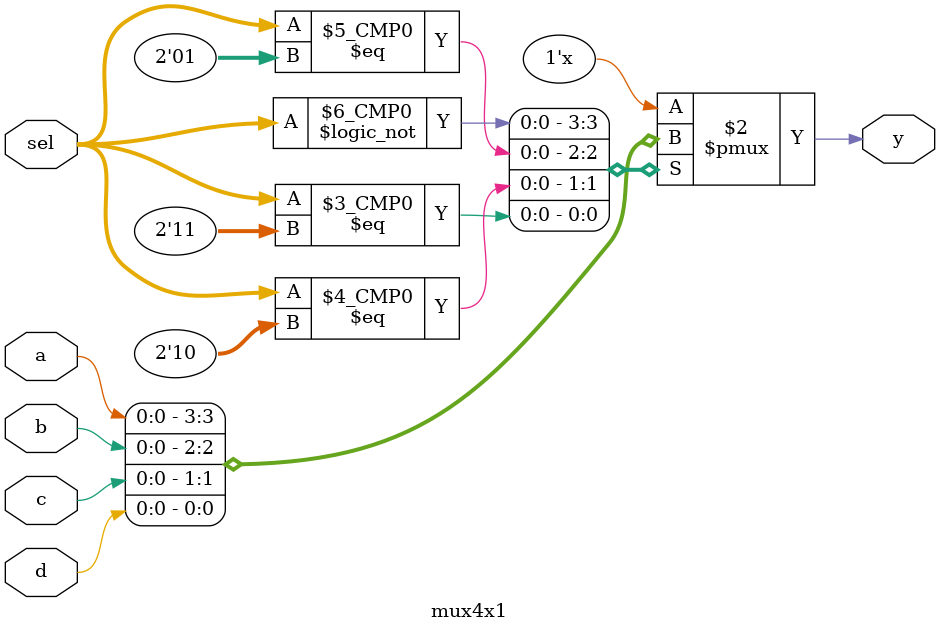
<source format=v>
module mux4x1(a,b,c,d,sel,y);
    input wire a;
    input wire b;
    input wire c;
    input wire d;
    input wire [1:0]sel;
    output reg y;

always @(*) begin
    case (sel)
        2'b00: y = a;
        2'b01: y = b;
        2'b10: y = c;
        2'b11: y = d;
    endcase
end

endmodule

</source>
